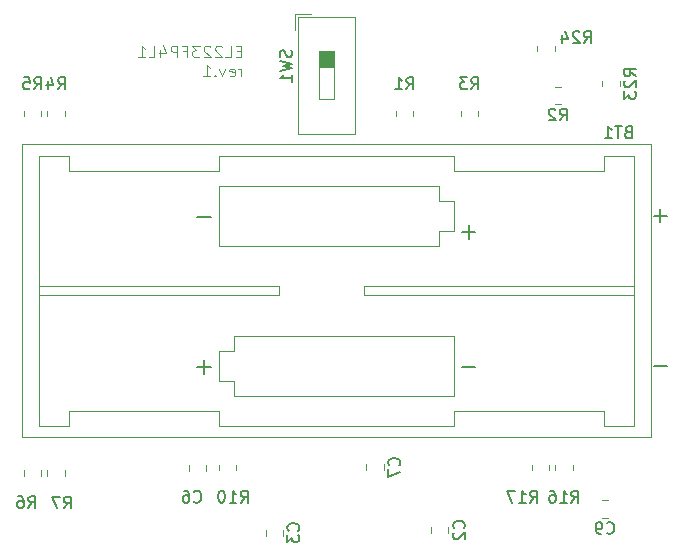
<source format=gbr>
%TF.GenerationSoftware,KiCad,Pcbnew,9.0.0*%
%TF.CreationDate,2025-05-14T01:56:31-07:00*%
%TF.ProjectId,ece223_project,65636532-3233-45f7-9072-6f6a6563742e,rev?*%
%TF.SameCoordinates,Original*%
%TF.FileFunction,Legend,Bot*%
%TF.FilePolarity,Positive*%
%FSLAX46Y46*%
G04 Gerber Fmt 4.6, Leading zero omitted, Abs format (unit mm)*
G04 Created by KiCad (PCBNEW 9.0.0) date 2025-05-14 01:56:31*
%MOMM*%
%LPD*%
G01*
G04 APERTURE LIST*
%ADD10C,0.100000*%
%ADD11C,0.150000*%
%ADD12C,0.120000*%
G04 APERTURE END LIST*
D10*
X49196115Y-27238665D02*
X48862782Y-27238665D01*
X48719925Y-27762475D02*
X49196115Y-27762475D01*
X49196115Y-27762475D02*
X49196115Y-26762475D01*
X49196115Y-26762475D02*
X48719925Y-26762475D01*
X47815163Y-27762475D02*
X48291353Y-27762475D01*
X48291353Y-27762475D02*
X48291353Y-26762475D01*
X47529448Y-26857713D02*
X47481829Y-26810094D01*
X47481829Y-26810094D02*
X47386591Y-26762475D01*
X47386591Y-26762475D02*
X47148496Y-26762475D01*
X47148496Y-26762475D02*
X47053258Y-26810094D01*
X47053258Y-26810094D02*
X47005639Y-26857713D01*
X47005639Y-26857713D02*
X46958020Y-26952951D01*
X46958020Y-26952951D02*
X46958020Y-27048189D01*
X46958020Y-27048189D02*
X47005639Y-27191046D01*
X47005639Y-27191046D02*
X47577067Y-27762475D01*
X47577067Y-27762475D02*
X46958020Y-27762475D01*
X46577067Y-26857713D02*
X46529448Y-26810094D01*
X46529448Y-26810094D02*
X46434210Y-26762475D01*
X46434210Y-26762475D02*
X46196115Y-26762475D01*
X46196115Y-26762475D02*
X46100877Y-26810094D01*
X46100877Y-26810094D02*
X46053258Y-26857713D01*
X46053258Y-26857713D02*
X46005639Y-26952951D01*
X46005639Y-26952951D02*
X46005639Y-27048189D01*
X46005639Y-27048189D02*
X46053258Y-27191046D01*
X46053258Y-27191046D02*
X46624686Y-27762475D01*
X46624686Y-27762475D02*
X46005639Y-27762475D01*
X45672305Y-26762475D02*
X45053258Y-26762475D01*
X45053258Y-26762475D02*
X45386591Y-27143427D01*
X45386591Y-27143427D02*
X45243734Y-27143427D01*
X45243734Y-27143427D02*
X45148496Y-27191046D01*
X45148496Y-27191046D02*
X45100877Y-27238665D01*
X45100877Y-27238665D02*
X45053258Y-27333903D01*
X45053258Y-27333903D02*
X45053258Y-27571998D01*
X45053258Y-27571998D02*
X45100877Y-27667236D01*
X45100877Y-27667236D02*
X45148496Y-27714856D01*
X45148496Y-27714856D02*
X45243734Y-27762475D01*
X45243734Y-27762475D02*
X45529448Y-27762475D01*
X45529448Y-27762475D02*
X45624686Y-27714856D01*
X45624686Y-27714856D02*
X45672305Y-27667236D01*
X44291353Y-27238665D02*
X44624686Y-27238665D01*
X44624686Y-27762475D02*
X44624686Y-26762475D01*
X44624686Y-26762475D02*
X44148496Y-26762475D01*
X43767543Y-27762475D02*
X43767543Y-26762475D01*
X43767543Y-26762475D02*
X43386591Y-26762475D01*
X43386591Y-26762475D02*
X43291353Y-26810094D01*
X43291353Y-26810094D02*
X43243734Y-26857713D01*
X43243734Y-26857713D02*
X43196115Y-26952951D01*
X43196115Y-26952951D02*
X43196115Y-27095808D01*
X43196115Y-27095808D02*
X43243734Y-27191046D01*
X43243734Y-27191046D02*
X43291353Y-27238665D01*
X43291353Y-27238665D02*
X43386591Y-27286284D01*
X43386591Y-27286284D02*
X43767543Y-27286284D01*
X42338972Y-27095808D02*
X42338972Y-27762475D01*
X42577067Y-26714856D02*
X42815162Y-27429141D01*
X42815162Y-27429141D02*
X42196115Y-27429141D01*
X41338972Y-27762475D02*
X41815162Y-27762475D01*
X41815162Y-27762475D02*
X41815162Y-26762475D01*
X40481829Y-27762475D02*
X41053257Y-27762475D01*
X40767543Y-27762475D02*
X40767543Y-26762475D01*
X40767543Y-26762475D02*
X40862781Y-26905332D01*
X40862781Y-26905332D02*
X40958019Y-27000570D01*
X40958019Y-27000570D02*
X41053257Y-27048189D01*
X49196115Y-29372419D02*
X49196115Y-28705752D01*
X49196115Y-28896228D02*
X49148496Y-28800990D01*
X49148496Y-28800990D02*
X49100877Y-28753371D01*
X49100877Y-28753371D02*
X49005639Y-28705752D01*
X49005639Y-28705752D02*
X48910401Y-28705752D01*
X48196115Y-29324800D02*
X48291353Y-29372419D01*
X48291353Y-29372419D02*
X48481829Y-29372419D01*
X48481829Y-29372419D02*
X48577067Y-29324800D01*
X48577067Y-29324800D02*
X48624686Y-29229561D01*
X48624686Y-29229561D02*
X48624686Y-28848609D01*
X48624686Y-28848609D02*
X48577067Y-28753371D01*
X48577067Y-28753371D02*
X48481829Y-28705752D01*
X48481829Y-28705752D02*
X48291353Y-28705752D01*
X48291353Y-28705752D02*
X48196115Y-28753371D01*
X48196115Y-28753371D02*
X48148496Y-28848609D01*
X48148496Y-28848609D02*
X48148496Y-28943847D01*
X48148496Y-28943847D02*
X48624686Y-29039085D01*
X47815162Y-28705752D02*
X47577067Y-29372419D01*
X47577067Y-29372419D02*
X47338972Y-28705752D01*
X46958019Y-29277180D02*
X46910400Y-29324800D01*
X46910400Y-29324800D02*
X46958019Y-29372419D01*
X46958019Y-29372419D02*
X47005638Y-29324800D01*
X47005638Y-29324800D02*
X46958019Y-29277180D01*
X46958019Y-29277180D02*
X46958019Y-29372419D01*
X45958020Y-29372419D02*
X46529448Y-29372419D01*
X46243734Y-29372419D02*
X46243734Y-28372419D01*
X46243734Y-28372419D02*
X46338972Y-28515276D01*
X46338972Y-28515276D02*
X46434210Y-28610514D01*
X46434210Y-28610514D02*
X46529448Y-28658133D01*
D11*
X34166666Y-65954819D02*
X34499999Y-65478628D01*
X34738094Y-65954819D02*
X34738094Y-64954819D01*
X34738094Y-64954819D02*
X34357142Y-64954819D01*
X34357142Y-64954819D02*
X34261904Y-65002438D01*
X34261904Y-65002438D02*
X34214285Y-65050057D01*
X34214285Y-65050057D02*
X34166666Y-65145295D01*
X34166666Y-65145295D02*
X34166666Y-65288152D01*
X34166666Y-65288152D02*
X34214285Y-65383390D01*
X34214285Y-65383390D02*
X34261904Y-65431009D01*
X34261904Y-65431009D02*
X34357142Y-65478628D01*
X34357142Y-65478628D02*
X34738094Y-65478628D01*
X33833332Y-64954819D02*
X33166666Y-64954819D01*
X33166666Y-64954819D02*
X33595237Y-65954819D01*
X76166666Y-33104819D02*
X76499999Y-32628628D01*
X76738094Y-33104819D02*
X76738094Y-32104819D01*
X76738094Y-32104819D02*
X76357142Y-32104819D01*
X76357142Y-32104819D02*
X76261904Y-32152438D01*
X76261904Y-32152438D02*
X76214285Y-32200057D01*
X76214285Y-32200057D02*
X76166666Y-32295295D01*
X76166666Y-32295295D02*
X76166666Y-32438152D01*
X76166666Y-32438152D02*
X76214285Y-32533390D01*
X76214285Y-32533390D02*
X76261904Y-32581009D01*
X76261904Y-32581009D02*
X76357142Y-32628628D01*
X76357142Y-32628628D02*
X76738094Y-32628628D01*
X75785713Y-32200057D02*
X75738094Y-32152438D01*
X75738094Y-32152438D02*
X75642856Y-32104819D01*
X75642856Y-32104819D02*
X75404761Y-32104819D01*
X75404761Y-32104819D02*
X75309523Y-32152438D01*
X75309523Y-32152438D02*
X75261904Y-32200057D01*
X75261904Y-32200057D02*
X75214285Y-32295295D01*
X75214285Y-32295295D02*
X75214285Y-32390533D01*
X75214285Y-32390533D02*
X75261904Y-32533390D01*
X75261904Y-32533390D02*
X75833332Y-33104819D01*
X75833332Y-33104819D02*
X75214285Y-33104819D01*
X68666666Y-30454819D02*
X68999999Y-29978628D01*
X69238094Y-30454819D02*
X69238094Y-29454819D01*
X69238094Y-29454819D02*
X68857142Y-29454819D01*
X68857142Y-29454819D02*
X68761904Y-29502438D01*
X68761904Y-29502438D02*
X68714285Y-29550057D01*
X68714285Y-29550057D02*
X68666666Y-29645295D01*
X68666666Y-29645295D02*
X68666666Y-29788152D01*
X68666666Y-29788152D02*
X68714285Y-29883390D01*
X68714285Y-29883390D02*
X68761904Y-29931009D01*
X68761904Y-29931009D02*
X68857142Y-29978628D01*
X68857142Y-29978628D02*
X69238094Y-29978628D01*
X68333332Y-29454819D02*
X67714285Y-29454819D01*
X67714285Y-29454819D02*
X68047618Y-29835771D01*
X68047618Y-29835771D02*
X67904761Y-29835771D01*
X67904761Y-29835771D02*
X67809523Y-29883390D01*
X67809523Y-29883390D02*
X67761904Y-29931009D01*
X67761904Y-29931009D02*
X67714285Y-30026247D01*
X67714285Y-30026247D02*
X67714285Y-30264342D01*
X67714285Y-30264342D02*
X67761904Y-30359580D01*
X67761904Y-30359580D02*
X67809523Y-30407200D01*
X67809523Y-30407200D02*
X67904761Y-30454819D01*
X67904761Y-30454819D02*
X68190475Y-30454819D01*
X68190475Y-30454819D02*
X68285713Y-30407200D01*
X68285713Y-30407200D02*
X68333332Y-30359580D01*
X63166666Y-30454819D02*
X63499999Y-29978628D01*
X63738094Y-30454819D02*
X63738094Y-29454819D01*
X63738094Y-29454819D02*
X63357142Y-29454819D01*
X63357142Y-29454819D02*
X63261904Y-29502438D01*
X63261904Y-29502438D02*
X63214285Y-29550057D01*
X63214285Y-29550057D02*
X63166666Y-29645295D01*
X63166666Y-29645295D02*
X63166666Y-29788152D01*
X63166666Y-29788152D02*
X63214285Y-29883390D01*
X63214285Y-29883390D02*
X63261904Y-29931009D01*
X63261904Y-29931009D02*
X63357142Y-29978628D01*
X63357142Y-29978628D02*
X63738094Y-29978628D01*
X62214285Y-30454819D02*
X62785713Y-30454819D01*
X62499999Y-30454819D02*
X62499999Y-29454819D01*
X62499999Y-29454819D02*
X62595237Y-29597676D01*
X62595237Y-29597676D02*
X62690475Y-29692914D01*
X62690475Y-29692914D02*
X62785713Y-29740533D01*
X31166666Y-65904819D02*
X31499999Y-65428628D01*
X31738094Y-65904819D02*
X31738094Y-64904819D01*
X31738094Y-64904819D02*
X31357142Y-64904819D01*
X31357142Y-64904819D02*
X31261904Y-64952438D01*
X31261904Y-64952438D02*
X31214285Y-65000057D01*
X31214285Y-65000057D02*
X31166666Y-65095295D01*
X31166666Y-65095295D02*
X31166666Y-65238152D01*
X31166666Y-65238152D02*
X31214285Y-65333390D01*
X31214285Y-65333390D02*
X31261904Y-65381009D01*
X31261904Y-65381009D02*
X31357142Y-65428628D01*
X31357142Y-65428628D02*
X31738094Y-65428628D01*
X30309523Y-64904819D02*
X30499999Y-64904819D01*
X30499999Y-64904819D02*
X30595237Y-64952438D01*
X30595237Y-64952438D02*
X30642856Y-65000057D01*
X30642856Y-65000057D02*
X30738094Y-65142914D01*
X30738094Y-65142914D02*
X30785713Y-65333390D01*
X30785713Y-65333390D02*
X30785713Y-65714342D01*
X30785713Y-65714342D02*
X30738094Y-65809580D01*
X30738094Y-65809580D02*
X30690475Y-65857200D01*
X30690475Y-65857200D02*
X30595237Y-65904819D01*
X30595237Y-65904819D02*
X30404761Y-65904819D01*
X30404761Y-65904819D02*
X30309523Y-65857200D01*
X30309523Y-65857200D02*
X30261904Y-65809580D01*
X30261904Y-65809580D02*
X30214285Y-65714342D01*
X30214285Y-65714342D02*
X30214285Y-65476247D01*
X30214285Y-65476247D02*
X30261904Y-65381009D01*
X30261904Y-65381009D02*
X30309523Y-65333390D01*
X30309523Y-65333390D02*
X30404761Y-65285771D01*
X30404761Y-65285771D02*
X30595237Y-65285771D01*
X30595237Y-65285771D02*
X30690475Y-65333390D01*
X30690475Y-65333390D02*
X30738094Y-65381009D01*
X30738094Y-65381009D02*
X30785713Y-65476247D01*
X53999892Y-67830094D02*
X54047512Y-67782475D01*
X54047512Y-67782475D02*
X54095131Y-67639618D01*
X54095131Y-67639618D02*
X54095131Y-67544380D01*
X54095131Y-67544380D02*
X54047512Y-67401523D01*
X54047512Y-67401523D02*
X53952273Y-67306285D01*
X53952273Y-67306285D02*
X53857035Y-67258666D01*
X53857035Y-67258666D02*
X53666559Y-67211047D01*
X53666559Y-67211047D02*
X53523702Y-67211047D01*
X53523702Y-67211047D02*
X53333226Y-67258666D01*
X53333226Y-67258666D02*
X53237988Y-67306285D01*
X53237988Y-67306285D02*
X53142750Y-67401523D01*
X53142750Y-67401523D02*
X53095131Y-67544380D01*
X53095131Y-67544380D02*
X53095131Y-67639618D01*
X53095131Y-67639618D02*
X53142750Y-67782475D01*
X53142750Y-67782475D02*
X53190369Y-67830094D01*
X53095131Y-68163428D02*
X53095131Y-68782475D01*
X53095131Y-68782475D02*
X53476083Y-68449142D01*
X53476083Y-68449142D02*
X53476083Y-68591999D01*
X53476083Y-68591999D02*
X53523702Y-68687237D01*
X53523702Y-68687237D02*
X53571321Y-68734856D01*
X53571321Y-68734856D02*
X53666559Y-68782475D01*
X53666559Y-68782475D02*
X53904654Y-68782475D01*
X53904654Y-68782475D02*
X53999892Y-68734856D01*
X53999892Y-68734856D02*
X54047512Y-68687237D01*
X54047512Y-68687237D02*
X54095131Y-68591999D01*
X54095131Y-68591999D02*
X54095131Y-68306285D01*
X54095131Y-68306285D02*
X54047512Y-68211047D01*
X54047512Y-68211047D02*
X53999892Y-68163428D01*
X62539580Y-62295833D02*
X62587200Y-62248214D01*
X62587200Y-62248214D02*
X62634819Y-62105357D01*
X62634819Y-62105357D02*
X62634819Y-62010119D01*
X62634819Y-62010119D02*
X62587200Y-61867262D01*
X62587200Y-61867262D02*
X62491961Y-61772024D01*
X62491961Y-61772024D02*
X62396723Y-61724405D01*
X62396723Y-61724405D02*
X62206247Y-61676786D01*
X62206247Y-61676786D02*
X62063390Y-61676786D01*
X62063390Y-61676786D02*
X61872914Y-61724405D01*
X61872914Y-61724405D02*
X61777676Y-61772024D01*
X61777676Y-61772024D02*
X61682438Y-61867262D01*
X61682438Y-61867262D02*
X61634819Y-62010119D01*
X61634819Y-62010119D02*
X61634819Y-62105357D01*
X61634819Y-62105357D02*
X61682438Y-62248214D01*
X61682438Y-62248214D02*
X61730057Y-62295833D01*
X61634819Y-62629167D02*
X61634819Y-63295833D01*
X61634819Y-63295833D02*
X62634819Y-62867262D01*
X49142857Y-65454819D02*
X49476190Y-64978628D01*
X49714285Y-65454819D02*
X49714285Y-64454819D01*
X49714285Y-64454819D02*
X49333333Y-64454819D01*
X49333333Y-64454819D02*
X49238095Y-64502438D01*
X49238095Y-64502438D02*
X49190476Y-64550057D01*
X49190476Y-64550057D02*
X49142857Y-64645295D01*
X49142857Y-64645295D02*
X49142857Y-64788152D01*
X49142857Y-64788152D02*
X49190476Y-64883390D01*
X49190476Y-64883390D02*
X49238095Y-64931009D01*
X49238095Y-64931009D02*
X49333333Y-64978628D01*
X49333333Y-64978628D02*
X49714285Y-64978628D01*
X48190476Y-65454819D02*
X48761904Y-65454819D01*
X48476190Y-65454819D02*
X48476190Y-64454819D01*
X48476190Y-64454819D02*
X48571428Y-64597676D01*
X48571428Y-64597676D02*
X48666666Y-64692914D01*
X48666666Y-64692914D02*
X48761904Y-64740533D01*
X47571428Y-64454819D02*
X47476190Y-64454819D01*
X47476190Y-64454819D02*
X47380952Y-64502438D01*
X47380952Y-64502438D02*
X47333333Y-64550057D01*
X47333333Y-64550057D02*
X47285714Y-64645295D01*
X47285714Y-64645295D02*
X47238095Y-64835771D01*
X47238095Y-64835771D02*
X47238095Y-65073866D01*
X47238095Y-65073866D02*
X47285714Y-65264342D01*
X47285714Y-65264342D02*
X47333333Y-65359580D01*
X47333333Y-65359580D02*
X47380952Y-65407200D01*
X47380952Y-65407200D02*
X47476190Y-65454819D01*
X47476190Y-65454819D02*
X47571428Y-65454819D01*
X47571428Y-65454819D02*
X47666666Y-65407200D01*
X47666666Y-65407200D02*
X47714285Y-65359580D01*
X47714285Y-65359580D02*
X47761904Y-65264342D01*
X47761904Y-65264342D02*
X47809523Y-65073866D01*
X47809523Y-65073866D02*
X47809523Y-64835771D01*
X47809523Y-64835771D02*
X47761904Y-64645295D01*
X47761904Y-64645295D02*
X47714285Y-64550057D01*
X47714285Y-64550057D02*
X47666666Y-64502438D01*
X47666666Y-64502438D02*
X47571428Y-64454819D01*
X73642857Y-65454819D02*
X73976190Y-64978628D01*
X74214285Y-65454819D02*
X74214285Y-64454819D01*
X74214285Y-64454819D02*
X73833333Y-64454819D01*
X73833333Y-64454819D02*
X73738095Y-64502438D01*
X73738095Y-64502438D02*
X73690476Y-64550057D01*
X73690476Y-64550057D02*
X73642857Y-64645295D01*
X73642857Y-64645295D02*
X73642857Y-64788152D01*
X73642857Y-64788152D02*
X73690476Y-64883390D01*
X73690476Y-64883390D02*
X73738095Y-64931009D01*
X73738095Y-64931009D02*
X73833333Y-64978628D01*
X73833333Y-64978628D02*
X74214285Y-64978628D01*
X72690476Y-65454819D02*
X73261904Y-65454819D01*
X72976190Y-65454819D02*
X72976190Y-64454819D01*
X72976190Y-64454819D02*
X73071428Y-64597676D01*
X73071428Y-64597676D02*
X73166666Y-64692914D01*
X73166666Y-64692914D02*
X73261904Y-64740533D01*
X72357142Y-64454819D02*
X71690476Y-64454819D01*
X71690476Y-64454819D02*
X72119047Y-65454819D01*
X77142857Y-65454819D02*
X77476190Y-64978628D01*
X77714285Y-65454819D02*
X77714285Y-64454819D01*
X77714285Y-64454819D02*
X77333333Y-64454819D01*
X77333333Y-64454819D02*
X77238095Y-64502438D01*
X77238095Y-64502438D02*
X77190476Y-64550057D01*
X77190476Y-64550057D02*
X77142857Y-64645295D01*
X77142857Y-64645295D02*
X77142857Y-64788152D01*
X77142857Y-64788152D02*
X77190476Y-64883390D01*
X77190476Y-64883390D02*
X77238095Y-64931009D01*
X77238095Y-64931009D02*
X77333333Y-64978628D01*
X77333333Y-64978628D02*
X77714285Y-64978628D01*
X76190476Y-65454819D02*
X76761904Y-65454819D01*
X76476190Y-65454819D02*
X76476190Y-64454819D01*
X76476190Y-64454819D02*
X76571428Y-64597676D01*
X76571428Y-64597676D02*
X76666666Y-64692914D01*
X76666666Y-64692914D02*
X76761904Y-64740533D01*
X75333333Y-64454819D02*
X75523809Y-64454819D01*
X75523809Y-64454819D02*
X75619047Y-64502438D01*
X75619047Y-64502438D02*
X75666666Y-64550057D01*
X75666666Y-64550057D02*
X75761904Y-64692914D01*
X75761904Y-64692914D02*
X75809523Y-64883390D01*
X75809523Y-64883390D02*
X75809523Y-65264342D01*
X75809523Y-65264342D02*
X75761904Y-65359580D01*
X75761904Y-65359580D02*
X75714285Y-65407200D01*
X75714285Y-65407200D02*
X75619047Y-65454819D01*
X75619047Y-65454819D02*
X75428571Y-65454819D01*
X75428571Y-65454819D02*
X75333333Y-65407200D01*
X75333333Y-65407200D02*
X75285714Y-65359580D01*
X75285714Y-65359580D02*
X75238095Y-65264342D01*
X75238095Y-65264342D02*
X75238095Y-65026247D01*
X75238095Y-65026247D02*
X75285714Y-64931009D01*
X75285714Y-64931009D02*
X75333333Y-64883390D01*
X75333333Y-64883390D02*
X75428571Y-64835771D01*
X75428571Y-64835771D02*
X75619047Y-64835771D01*
X75619047Y-64835771D02*
X75714285Y-64883390D01*
X75714285Y-64883390D02*
X75761904Y-64931009D01*
X75761904Y-64931009D02*
X75809523Y-65026247D01*
X78188408Y-26543352D02*
X78521741Y-26067161D01*
X78759836Y-26543352D02*
X78759836Y-25543352D01*
X78759836Y-25543352D02*
X78378884Y-25543352D01*
X78378884Y-25543352D02*
X78283646Y-25590971D01*
X78283646Y-25590971D02*
X78236027Y-25638590D01*
X78236027Y-25638590D02*
X78188408Y-25733828D01*
X78188408Y-25733828D02*
X78188408Y-25876685D01*
X78188408Y-25876685D02*
X78236027Y-25971923D01*
X78236027Y-25971923D02*
X78283646Y-26019542D01*
X78283646Y-26019542D02*
X78378884Y-26067161D01*
X78378884Y-26067161D02*
X78759836Y-26067161D01*
X77807455Y-25638590D02*
X77759836Y-25590971D01*
X77759836Y-25590971D02*
X77664598Y-25543352D01*
X77664598Y-25543352D02*
X77426503Y-25543352D01*
X77426503Y-25543352D02*
X77331265Y-25590971D01*
X77331265Y-25590971D02*
X77283646Y-25638590D01*
X77283646Y-25638590D02*
X77236027Y-25733828D01*
X77236027Y-25733828D02*
X77236027Y-25829066D01*
X77236027Y-25829066D02*
X77283646Y-25971923D01*
X77283646Y-25971923D02*
X77855074Y-26543352D01*
X77855074Y-26543352D02*
X77236027Y-26543352D01*
X76378884Y-25876685D02*
X76378884Y-26543352D01*
X76616979Y-25495733D02*
X76855074Y-26210018D01*
X76855074Y-26210018D02*
X76236027Y-26210018D01*
X31666666Y-30454819D02*
X31999999Y-29978628D01*
X32238094Y-30454819D02*
X32238094Y-29454819D01*
X32238094Y-29454819D02*
X31857142Y-29454819D01*
X31857142Y-29454819D02*
X31761904Y-29502438D01*
X31761904Y-29502438D02*
X31714285Y-29550057D01*
X31714285Y-29550057D02*
X31666666Y-29645295D01*
X31666666Y-29645295D02*
X31666666Y-29788152D01*
X31666666Y-29788152D02*
X31714285Y-29883390D01*
X31714285Y-29883390D02*
X31761904Y-29931009D01*
X31761904Y-29931009D02*
X31857142Y-29978628D01*
X31857142Y-29978628D02*
X32238094Y-29978628D01*
X30761904Y-29454819D02*
X31238094Y-29454819D01*
X31238094Y-29454819D02*
X31285713Y-29931009D01*
X31285713Y-29931009D02*
X31238094Y-29883390D01*
X31238094Y-29883390D02*
X31142856Y-29835771D01*
X31142856Y-29835771D02*
X30904761Y-29835771D01*
X30904761Y-29835771D02*
X30809523Y-29883390D01*
X30809523Y-29883390D02*
X30761904Y-29931009D01*
X30761904Y-29931009D02*
X30714285Y-30026247D01*
X30714285Y-30026247D02*
X30714285Y-30264342D01*
X30714285Y-30264342D02*
X30761904Y-30359580D01*
X30761904Y-30359580D02*
X30809523Y-30407200D01*
X30809523Y-30407200D02*
X30904761Y-30454819D01*
X30904761Y-30454819D02*
X31142856Y-30454819D01*
X31142856Y-30454819D02*
X31238094Y-30407200D01*
X31238094Y-30407200D02*
X31285713Y-30359580D01*
X81925714Y-34081009D02*
X81782857Y-34128628D01*
X81782857Y-34128628D02*
X81735238Y-34176247D01*
X81735238Y-34176247D02*
X81687619Y-34271485D01*
X81687619Y-34271485D02*
X81687619Y-34414342D01*
X81687619Y-34414342D02*
X81735238Y-34509580D01*
X81735238Y-34509580D02*
X81782857Y-34557200D01*
X81782857Y-34557200D02*
X81878095Y-34604819D01*
X81878095Y-34604819D02*
X82259047Y-34604819D01*
X82259047Y-34604819D02*
X82259047Y-33604819D01*
X82259047Y-33604819D02*
X81925714Y-33604819D01*
X81925714Y-33604819D02*
X81830476Y-33652438D01*
X81830476Y-33652438D02*
X81782857Y-33700057D01*
X81782857Y-33700057D02*
X81735238Y-33795295D01*
X81735238Y-33795295D02*
X81735238Y-33890533D01*
X81735238Y-33890533D02*
X81782857Y-33985771D01*
X81782857Y-33985771D02*
X81830476Y-34033390D01*
X81830476Y-34033390D02*
X81925714Y-34081009D01*
X81925714Y-34081009D02*
X82259047Y-34081009D01*
X81401904Y-33604819D02*
X80830476Y-33604819D01*
X81116190Y-34604819D02*
X81116190Y-33604819D01*
X79973333Y-34604819D02*
X80544761Y-34604819D01*
X80259047Y-34604819D02*
X80259047Y-33604819D01*
X80259047Y-33604819D02*
X80354285Y-33747676D01*
X80354285Y-33747676D02*
X80449523Y-33842914D01*
X80449523Y-33842914D02*
X80544761Y-33890533D01*
X85239478Y-41162013D02*
X84096621Y-41162013D01*
X84668049Y-41733441D02*
X84668049Y-40590584D01*
X85239478Y-53862013D02*
X84096621Y-53862013D01*
X46611428Y-53964700D02*
X45468571Y-53964700D01*
X46039999Y-54536128D02*
X46039999Y-53393271D01*
X46611428Y-41264700D02*
X45468571Y-41264700D01*
X69011428Y-42534700D02*
X67868571Y-42534700D01*
X68439999Y-43106128D02*
X68439999Y-41963271D01*
X69011428Y-53964700D02*
X67868571Y-53964700D01*
X80133144Y-68015570D02*
X80180763Y-68063190D01*
X80180763Y-68063190D02*
X80323620Y-68110809D01*
X80323620Y-68110809D02*
X80418858Y-68110809D01*
X80418858Y-68110809D02*
X80561715Y-68063190D01*
X80561715Y-68063190D02*
X80656953Y-67967951D01*
X80656953Y-67967951D02*
X80704572Y-67872713D01*
X80704572Y-67872713D02*
X80752191Y-67682237D01*
X80752191Y-67682237D02*
X80752191Y-67539380D01*
X80752191Y-67539380D02*
X80704572Y-67348904D01*
X80704572Y-67348904D02*
X80656953Y-67253666D01*
X80656953Y-67253666D02*
X80561715Y-67158428D01*
X80561715Y-67158428D02*
X80418858Y-67110809D01*
X80418858Y-67110809D02*
X80323620Y-67110809D01*
X80323620Y-67110809D02*
X80180763Y-67158428D01*
X80180763Y-67158428D02*
X80133144Y-67206047D01*
X79656953Y-68110809D02*
X79466477Y-68110809D01*
X79466477Y-68110809D02*
X79371239Y-68063190D01*
X79371239Y-68063190D02*
X79323620Y-68015570D01*
X79323620Y-68015570D02*
X79228382Y-67872713D01*
X79228382Y-67872713D02*
X79180763Y-67682237D01*
X79180763Y-67682237D02*
X79180763Y-67301285D01*
X79180763Y-67301285D02*
X79228382Y-67206047D01*
X79228382Y-67206047D02*
X79276001Y-67158428D01*
X79276001Y-67158428D02*
X79371239Y-67110809D01*
X79371239Y-67110809D02*
X79561715Y-67110809D01*
X79561715Y-67110809D02*
X79656953Y-67158428D01*
X79656953Y-67158428D02*
X79704572Y-67206047D01*
X79704572Y-67206047D02*
X79752191Y-67301285D01*
X79752191Y-67301285D02*
X79752191Y-67539380D01*
X79752191Y-67539380D02*
X79704572Y-67634618D01*
X79704572Y-67634618D02*
X79656953Y-67682237D01*
X79656953Y-67682237D02*
X79561715Y-67729856D01*
X79561715Y-67729856D02*
X79371239Y-67729856D01*
X79371239Y-67729856D02*
X79276001Y-67682237D01*
X79276001Y-67682237D02*
X79228382Y-67634618D01*
X79228382Y-67634618D02*
X79180763Y-67539380D01*
X68023906Y-67624206D02*
X68071526Y-67576587D01*
X68071526Y-67576587D02*
X68119145Y-67433730D01*
X68119145Y-67433730D02*
X68119145Y-67338492D01*
X68119145Y-67338492D02*
X68071526Y-67195635D01*
X68071526Y-67195635D02*
X67976287Y-67100397D01*
X67976287Y-67100397D02*
X67881049Y-67052778D01*
X67881049Y-67052778D02*
X67690573Y-67005159D01*
X67690573Y-67005159D02*
X67547716Y-67005159D01*
X67547716Y-67005159D02*
X67357240Y-67052778D01*
X67357240Y-67052778D02*
X67262002Y-67100397D01*
X67262002Y-67100397D02*
X67166764Y-67195635D01*
X67166764Y-67195635D02*
X67119145Y-67338492D01*
X67119145Y-67338492D02*
X67119145Y-67433730D01*
X67119145Y-67433730D02*
X67166764Y-67576587D01*
X67166764Y-67576587D02*
X67214383Y-67624206D01*
X67214383Y-68005159D02*
X67166764Y-68052778D01*
X67166764Y-68052778D02*
X67119145Y-68148016D01*
X67119145Y-68148016D02*
X67119145Y-68386111D01*
X67119145Y-68386111D02*
X67166764Y-68481349D01*
X67166764Y-68481349D02*
X67214383Y-68528968D01*
X67214383Y-68528968D02*
X67309621Y-68576587D01*
X67309621Y-68576587D02*
X67404859Y-68576587D01*
X67404859Y-68576587D02*
X67547716Y-68528968D01*
X67547716Y-68528968D02*
X68119145Y-67957540D01*
X68119145Y-67957540D02*
X68119145Y-68576587D01*
X33666666Y-30454819D02*
X33999999Y-29978628D01*
X34238094Y-30454819D02*
X34238094Y-29454819D01*
X34238094Y-29454819D02*
X33857142Y-29454819D01*
X33857142Y-29454819D02*
X33761904Y-29502438D01*
X33761904Y-29502438D02*
X33714285Y-29550057D01*
X33714285Y-29550057D02*
X33666666Y-29645295D01*
X33666666Y-29645295D02*
X33666666Y-29788152D01*
X33666666Y-29788152D02*
X33714285Y-29883390D01*
X33714285Y-29883390D02*
X33761904Y-29931009D01*
X33761904Y-29931009D02*
X33857142Y-29978628D01*
X33857142Y-29978628D02*
X34238094Y-29978628D01*
X32809523Y-29788152D02*
X32809523Y-30454819D01*
X33047618Y-29407200D02*
X33285713Y-30121485D01*
X33285713Y-30121485D02*
X32666666Y-30121485D01*
X82604819Y-29357142D02*
X82128628Y-29023809D01*
X82604819Y-28785714D02*
X81604819Y-28785714D01*
X81604819Y-28785714D02*
X81604819Y-29166666D01*
X81604819Y-29166666D02*
X81652438Y-29261904D01*
X81652438Y-29261904D02*
X81700057Y-29309523D01*
X81700057Y-29309523D02*
X81795295Y-29357142D01*
X81795295Y-29357142D02*
X81938152Y-29357142D01*
X81938152Y-29357142D02*
X82033390Y-29309523D01*
X82033390Y-29309523D02*
X82081009Y-29261904D01*
X82081009Y-29261904D02*
X82128628Y-29166666D01*
X82128628Y-29166666D02*
X82128628Y-28785714D01*
X81700057Y-29738095D02*
X81652438Y-29785714D01*
X81652438Y-29785714D02*
X81604819Y-29880952D01*
X81604819Y-29880952D02*
X81604819Y-30119047D01*
X81604819Y-30119047D02*
X81652438Y-30214285D01*
X81652438Y-30214285D02*
X81700057Y-30261904D01*
X81700057Y-30261904D02*
X81795295Y-30309523D01*
X81795295Y-30309523D02*
X81890533Y-30309523D01*
X81890533Y-30309523D02*
X82033390Y-30261904D01*
X82033390Y-30261904D02*
X82604819Y-29690476D01*
X82604819Y-29690476D02*
X82604819Y-30309523D01*
X81604819Y-30642857D02*
X81604819Y-31261904D01*
X81604819Y-31261904D02*
X81985771Y-30928571D01*
X81985771Y-30928571D02*
X81985771Y-31071428D01*
X81985771Y-31071428D02*
X82033390Y-31166666D01*
X82033390Y-31166666D02*
X82081009Y-31214285D01*
X82081009Y-31214285D02*
X82176247Y-31261904D01*
X82176247Y-31261904D02*
X82414342Y-31261904D01*
X82414342Y-31261904D02*
X82509580Y-31214285D01*
X82509580Y-31214285D02*
X82557200Y-31166666D01*
X82557200Y-31166666D02*
X82604819Y-31071428D01*
X82604819Y-31071428D02*
X82604819Y-30785714D01*
X82604819Y-30785714D02*
X82557200Y-30690476D01*
X82557200Y-30690476D02*
X82509580Y-30642857D01*
X53407200Y-27166667D02*
X53454819Y-27309524D01*
X53454819Y-27309524D02*
X53454819Y-27547619D01*
X53454819Y-27547619D02*
X53407200Y-27642857D01*
X53407200Y-27642857D02*
X53359580Y-27690476D01*
X53359580Y-27690476D02*
X53264342Y-27738095D01*
X53264342Y-27738095D02*
X53169104Y-27738095D01*
X53169104Y-27738095D02*
X53073866Y-27690476D01*
X53073866Y-27690476D02*
X53026247Y-27642857D01*
X53026247Y-27642857D02*
X52978628Y-27547619D01*
X52978628Y-27547619D02*
X52931009Y-27357143D01*
X52931009Y-27357143D02*
X52883390Y-27261905D01*
X52883390Y-27261905D02*
X52835771Y-27214286D01*
X52835771Y-27214286D02*
X52740533Y-27166667D01*
X52740533Y-27166667D02*
X52645295Y-27166667D01*
X52645295Y-27166667D02*
X52550057Y-27214286D01*
X52550057Y-27214286D02*
X52502438Y-27261905D01*
X52502438Y-27261905D02*
X52454819Y-27357143D01*
X52454819Y-27357143D02*
X52454819Y-27595238D01*
X52454819Y-27595238D02*
X52502438Y-27738095D01*
X52454819Y-28071429D02*
X53454819Y-28309524D01*
X53454819Y-28309524D02*
X52740533Y-28500000D01*
X52740533Y-28500000D02*
X53454819Y-28690476D01*
X53454819Y-28690476D02*
X52454819Y-28928572D01*
X53454819Y-29833333D02*
X53454819Y-29261905D01*
X53454819Y-29547619D02*
X52454819Y-29547619D01*
X52454819Y-29547619D02*
X52597676Y-29452381D01*
X52597676Y-29452381D02*
X52692914Y-29357143D01*
X52692914Y-29357143D02*
X52740533Y-29261905D01*
X45166666Y-65359580D02*
X45214285Y-65407200D01*
X45214285Y-65407200D02*
X45357142Y-65454819D01*
X45357142Y-65454819D02*
X45452380Y-65454819D01*
X45452380Y-65454819D02*
X45595237Y-65407200D01*
X45595237Y-65407200D02*
X45690475Y-65311961D01*
X45690475Y-65311961D02*
X45738094Y-65216723D01*
X45738094Y-65216723D02*
X45785713Y-65026247D01*
X45785713Y-65026247D02*
X45785713Y-64883390D01*
X45785713Y-64883390D02*
X45738094Y-64692914D01*
X45738094Y-64692914D02*
X45690475Y-64597676D01*
X45690475Y-64597676D02*
X45595237Y-64502438D01*
X45595237Y-64502438D02*
X45452380Y-64454819D01*
X45452380Y-64454819D02*
X45357142Y-64454819D01*
X45357142Y-64454819D02*
X45214285Y-64502438D01*
X45214285Y-64502438D02*
X45166666Y-64550057D01*
X44309523Y-64454819D02*
X44499999Y-64454819D01*
X44499999Y-64454819D02*
X44595237Y-64502438D01*
X44595237Y-64502438D02*
X44642856Y-64550057D01*
X44642856Y-64550057D02*
X44738094Y-64692914D01*
X44738094Y-64692914D02*
X44785713Y-64883390D01*
X44785713Y-64883390D02*
X44785713Y-65264342D01*
X44785713Y-65264342D02*
X44738094Y-65359580D01*
X44738094Y-65359580D02*
X44690475Y-65407200D01*
X44690475Y-65407200D02*
X44595237Y-65454819D01*
X44595237Y-65454819D02*
X44404761Y-65454819D01*
X44404761Y-65454819D02*
X44309523Y-65407200D01*
X44309523Y-65407200D02*
X44261904Y-65359580D01*
X44261904Y-65359580D02*
X44214285Y-65264342D01*
X44214285Y-65264342D02*
X44214285Y-65026247D01*
X44214285Y-65026247D02*
X44261904Y-64931009D01*
X44261904Y-64931009D02*
X44309523Y-64883390D01*
X44309523Y-64883390D02*
X44404761Y-64835771D01*
X44404761Y-64835771D02*
X44595237Y-64835771D01*
X44595237Y-64835771D02*
X44690475Y-64883390D01*
X44690475Y-64883390D02*
X44738094Y-64931009D01*
X44738094Y-64931009D02*
X44785713Y-65026247D01*
D12*
%TO.C,R7*%
X32765000Y-62722936D02*
X32765000Y-63177064D01*
X34235000Y-62722936D02*
X34235000Y-63177064D01*
%TO.C,R2*%
X75772936Y-30265000D02*
X76227064Y-30265000D01*
X75772936Y-31735000D02*
X76227064Y-31735000D01*
%TO.C,R3*%
X67765000Y-32727064D02*
X67765000Y-32272936D01*
X69235000Y-32727064D02*
X69235000Y-32272936D01*
%TO.C,R1*%
X62265000Y-32727064D02*
X62265000Y-32272936D01*
X63735000Y-32727064D02*
X63735000Y-32272936D01*
%TO.C,R6*%
X30765000Y-62722936D02*
X30765000Y-63177064D01*
X32235000Y-62722936D02*
X32235000Y-63177064D01*
%TO.C,C3*%
X51265000Y-68261252D02*
X51265000Y-67738748D01*
X52735000Y-68261252D02*
X52735000Y-67738748D01*
%TO.C,C7*%
X59765000Y-62723752D02*
X59765000Y-62201248D01*
X61235000Y-62723752D02*
X61235000Y-62201248D01*
%TO.C,R10*%
X47265000Y-62727064D02*
X47265000Y-62272936D01*
X48735000Y-62727064D02*
X48735000Y-62272936D01*
%TO.C,R17*%
X73765000Y-62727064D02*
X73765000Y-62272936D01*
X75235000Y-62727064D02*
X75235000Y-62272936D01*
%TO.C,R16*%
X75765000Y-62727064D02*
X75765000Y-62272936D01*
X77235000Y-62727064D02*
X77235000Y-62272936D01*
%TO.C,R24*%
X74265000Y-26772936D02*
X74265000Y-27227064D01*
X75735000Y-26772936D02*
X75735000Y-27227064D01*
%TO.C,R5*%
X30765000Y-32727064D02*
X30765000Y-32272936D01*
X32235000Y-32727064D02*
X32235000Y-32272936D01*
%TO.C,BT1*%
X30640000Y-35095000D02*
X83840000Y-35095000D01*
X30640000Y-59900000D02*
X30640000Y-35100000D01*
X32070000Y-36070000D02*
X32070000Y-58930000D01*
X32070000Y-36070000D02*
X34610000Y-36070000D01*
X32070000Y-47150000D02*
X52390000Y-47150000D01*
X32070000Y-58930000D02*
X34610000Y-58930000D01*
X34610000Y-36070000D02*
X34610000Y-37340000D01*
X34610000Y-37340000D02*
X47310000Y-37340000D01*
X34610000Y-57660000D02*
X47310000Y-57660000D01*
X34610000Y-58930000D02*
X34610000Y-57660000D01*
X47310000Y-36070000D02*
X67170000Y-36070000D01*
X47310000Y-37340000D02*
X47310000Y-36070000D01*
X47310000Y-38610000D02*
X47310000Y-43690000D01*
X47310000Y-43690000D02*
X65900000Y-43690000D01*
X47310000Y-52580000D02*
X47310000Y-55120000D01*
X47310000Y-55120000D02*
X48580000Y-55120000D01*
X47310000Y-58930000D02*
X47310000Y-57660000D01*
X48580000Y-51310000D02*
X48580000Y-52580000D01*
X48580000Y-52580000D02*
X47310000Y-52580000D01*
X48580000Y-55120000D02*
X48580000Y-56390000D01*
X48580000Y-56390000D02*
X67170000Y-56390000D01*
X52390000Y-47150000D02*
X52390000Y-47850000D01*
X52390000Y-47850000D02*
X32070000Y-47850000D01*
X59550000Y-47150000D02*
X59550000Y-47850000D01*
X59550000Y-47850000D02*
X82410000Y-47850000D01*
X65900000Y-38610000D02*
X47310000Y-38610000D01*
X65900000Y-39880000D02*
X65900000Y-38610000D01*
X65900000Y-42420000D02*
X67170000Y-42420000D01*
X65900000Y-43690000D02*
X65900000Y-42420000D01*
X67170000Y-36070000D02*
X67170000Y-37340000D01*
X67170000Y-39880000D02*
X65900000Y-39880000D01*
X67170000Y-42420000D02*
X67170000Y-39880000D01*
X67170000Y-51310000D02*
X48580000Y-51310000D01*
X67170000Y-56390000D02*
X67170000Y-51310000D01*
X67170000Y-57660000D02*
X67170000Y-58930000D01*
X67170000Y-58930000D02*
X47310000Y-58930000D01*
X79870000Y-36070000D02*
X82410000Y-36070000D01*
X79870000Y-37340000D02*
X67170000Y-37340000D01*
X79870000Y-37340000D02*
X79870000Y-36070000D01*
X79870000Y-57660000D02*
X67170000Y-57660000D01*
X79870000Y-58930000D02*
X79870000Y-57660000D01*
X82410000Y-36070000D02*
X82410000Y-58930000D01*
X82410000Y-47150000D02*
X59550000Y-47150000D01*
X82410000Y-58930000D02*
X79870000Y-58930000D01*
X83840000Y-35100000D02*
X83840000Y-59900000D01*
X83840000Y-59905000D02*
X30640000Y-59905000D01*
%TO.C,C9*%
X80223752Y-65265000D02*
X79701248Y-65265000D01*
X80223752Y-66735000D02*
X79701248Y-66735000D01*
%TO.C,C2*%
X65249326Y-68052125D02*
X65249326Y-67529621D01*
X66719326Y-68052125D02*
X66719326Y-67529621D01*
%TO.C,R4*%
X32765000Y-32727064D02*
X32765000Y-32272936D01*
X34235000Y-32727064D02*
X34235000Y-32272936D01*
%TO.C,R23*%
X79765000Y-30227064D02*
X79765000Y-29772936D01*
X81235000Y-30227064D02*
X81235000Y-29772936D01*
%TO.C,SW1*%
X53733778Y-24102500D02*
X53733778Y-25485500D01*
X53733778Y-24102500D02*
X55116778Y-24102500D01*
X53973778Y-24342500D02*
X53973778Y-34242500D01*
X53973778Y-24342500D02*
X58813778Y-24342500D01*
X53973778Y-34242500D02*
X58813778Y-34242500D01*
X55758778Y-28615833D02*
X57028778Y-28615833D01*
X58813778Y-24342500D02*
X58813778Y-34242500D01*
X55758778Y-27262500D02*
X57028778Y-27262500D01*
X57028778Y-28615833D01*
X55758778Y-28615833D01*
X55758778Y-27262500D01*
G36*
X55758778Y-27262500D02*
G01*
X57028778Y-27262500D01*
X57028778Y-28615833D01*
X55758778Y-28615833D01*
X55758778Y-27262500D01*
G37*
X55758778Y-27262500D02*
X57028778Y-27262500D01*
X57028778Y-31322500D01*
X55758778Y-31322500D01*
X55758778Y-27262500D01*
%TO.C,C6*%
X44765000Y-62238748D02*
X44765000Y-62761252D01*
X46235000Y-62238748D02*
X46235000Y-62761252D01*
%TD*%
M02*

</source>
